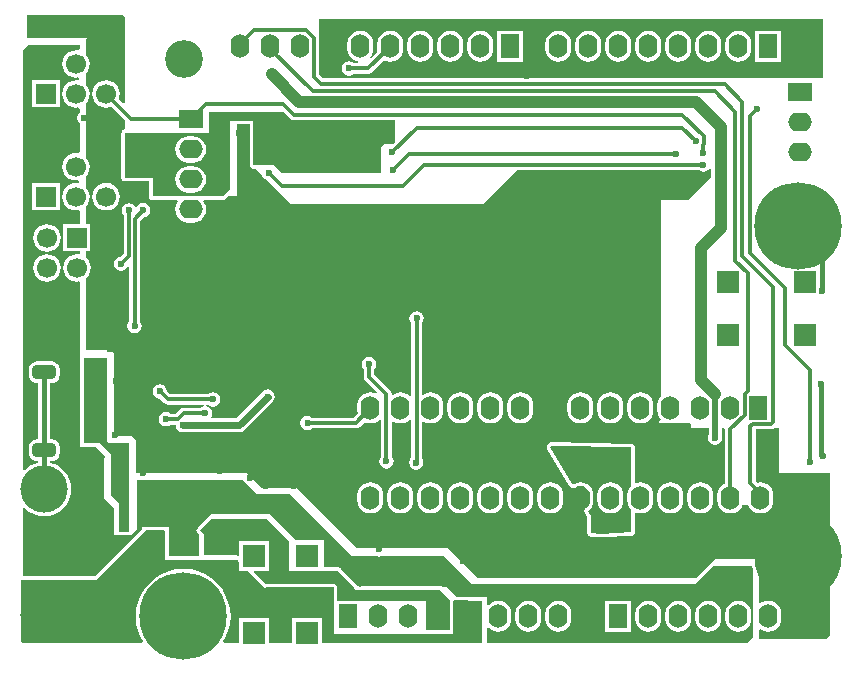
<source format=gbl>
G04*
G04 #@! TF.GenerationSoftware,Altium Limited,Altium Designer,20.0.10 (225)*
G04*
G04 Layer_Physical_Order=2*
G04 Layer_Color=16711680*
%FSLAX44Y44*%
%MOMM*%
G71*
G01*
G75*
%ADD12C,0.4000*%
%ADD24R,1.9000X1.9000*%
%ADD25R,1.9000X1.9000*%
%ADD75C,0.3000*%
%ADD76C,0.6000*%
%ADD78C,1.0000*%
%ADD79C,0.5000*%
%ADD81R,1.6000X2.0000*%
%ADD82O,1.6000X2.0000*%
%ADD83R,2.0000X1.6000*%
%ADD84O,2.0000X1.6000*%
%ADD85R,1.7000X1.7000*%
%ADD86C,1.7000*%
%ADD87C,4.0000*%
G04:AMPARAMS|DCode=88|XSize=2mm|YSize=1.2mm|CornerRadius=0.36mm|HoleSize=0mm|Usage=FLASHONLY|Rotation=0.000|XOffset=0mm|YOffset=0mm|HoleType=Round|Shape=RoundedRectangle|*
%AMROUNDEDRECTD88*
21,1,2.0000,0.4800,0,0,0.0*
21,1,1.2800,1.2000,0,0,0.0*
1,1,0.7200,0.6400,-0.2400*
1,1,0.7200,-0.6400,-0.2400*
1,1,0.7200,-0.6400,0.2400*
1,1,0.7200,0.6400,0.2400*
%
%ADD88ROUNDEDRECTD88*%
%ADD89C,3.2000*%
%ADD90C,7.4000*%
%ADD91C,0.6000*%
G36*
X52035Y505481D02*
X50765Y504367D01*
X49000Y504599D01*
X45998Y504204D01*
X43200Y503045D01*
X40798Y501202D01*
X38955Y498800D01*
X37796Y496002D01*
X37401Y493000D01*
X37796Y489998D01*
X38955Y487200D01*
X40798Y484798D01*
X43200Y482955D01*
X45998Y481796D01*
X49000Y481401D01*
X50305Y481573D01*
X51378Y480632D01*
Y479968D01*
X50305Y479027D01*
X49000Y479199D01*
X45998Y478804D01*
X43200Y477645D01*
X40798Y475802D01*
X38955Y473400D01*
X37796Y470602D01*
X37401Y467600D01*
X37796Y464598D01*
X38955Y461800D01*
X40798Y459398D01*
X43200Y457555D01*
X45998Y456396D01*
X49000Y456001D01*
X50765Y456233D01*
X52035Y455119D01*
Y451968D01*
X51674Y451727D01*
X50348Y449742D01*
X49882Y447401D01*
X50348Y445060D01*
X51674Y443075D01*
X52035Y442834D01*
Y418481D01*
X50765Y417367D01*
X49000Y417599D01*
X45998Y417204D01*
X43200Y416045D01*
X40798Y414202D01*
X38955Y411800D01*
X37796Y409002D01*
X37401Y406000D01*
X37796Y402998D01*
X38955Y400200D01*
X40798Y397798D01*
X43200Y395955D01*
X45998Y394796D01*
X49000Y394401D01*
X50305Y394573D01*
X51378Y393632D01*
Y392968D01*
X50305Y392027D01*
X49000Y392199D01*
X45998Y391804D01*
X43200Y390645D01*
X40798Y388802D01*
X38955Y386400D01*
X37796Y383602D01*
X37401Y380600D01*
X37796Y377598D01*
X38955Y374800D01*
X40798Y372398D01*
X43200Y370555D01*
X45998Y369396D01*
X49000Y369001D01*
X50765Y369233D01*
X52035Y368119D01*
Y357200D01*
X38200D01*
Y334200D01*
X52035D01*
Y332555D01*
X51081Y331717D01*
X49700Y331899D01*
X46698Y331504D01*
X43900Y330345D01*
X41498Y328502D01*
X39655Y326100D01*
X38496Y323302D01*
X38101Y320300D01*
X38496Y317298D01*
X39655Y314500D01*
X41498Y312098D01*
X43900Y310255D01*
X46698Y309096D01*
X49700Y308701D01*
X51081Y308883D01*
X52035Y308045D01*
Y169260D01*
X51775Y169000D01*
X55705D01*
X56000Y168941D01*
X65059D01*
X74000Y160000D01*
X73000Y159000D01*
Y125000D01*
X81000Y117000D01*
Y94000D01*
X84705D01*
X85000Y93941D01*
X94000Y93941D01*
X94295Y94000D01*
X95500D01*
X100500Y99000D01*
Y141083D01*
X104994D01*
X106000Y140883D01*
X107006Y141083D01*
X189917D01*
X191768Y139232D01*
X192274Y138474D01*
X193032Y137968D01*
X202000Y129000D01*
X230000D01*
X282949Y76040D01*
X305008D01*
X305800Y75882D01*
X306592Y76040D01*
X360148D01*
X383873Y52315D01*
X573315D01*
X589000Y68000D01*
X621232D01*
X622000Y64801D01*
Y8000D01*
X617000Y3000D01*
X397000D01*
Y15605D01*
X398203Y16014D01*
X398555Y15555D01*
X400853Y13792D01*
X403528Y12683D01*
X406400Y12305D01*
X409272Y12683D01*
X411948Y13792D01*
X414245Y15555D01*
X416008Y17852D01*
X417117Y20528D01*
X417495Y23400D01*
Y27400D01*
X417117Y30272D01*
X416008Y32947D01*
X414245Y35245D01*
X411948Y37009D01*
X409272Y38117D01*
X406400Y38495D01*
X403528Y38117D01*
X400853Y37009D01*
X398555Y35245D01*
X398203Y34786D01*
X397000Y35195D01*
Y42000D01*
X371000D01*
X363000Y50000D01*
X359437D01*
X358501Y50626D01*
X357330Y50859D01*
X357330Y50859D01*
X323332D01*
X323037Y50800D01*
X322736D01*
X321387Y50532D01*
X320039Y50800D01*
X319737D01*
X319442Y50859D01*
X291462D01*
X291166Y50800D01*
X290865Y50800D01*
X290695Y50730D01*
X289043Y50401D01*
X287647Y50679D01*
X287509Y50817D01*
X287258Y50985D01*
X287045Y51198D01*
X286922Y51280D01*
X286840Y51402D01*
X286628Y51615D01*
X286460Y51866D01*
X273000Y65326D01*
Y66000D01*
X272326D01*
X272163Y66163D01*
X271171Y66826D01*
X270000Y67059D01*
X270000Y67059D01*
X259000D01*
Y90000D01*
X235000D01*
X213000Y112000D01*
X164000D01*
X162819Y110819D01*
X161837Y110163D01*
X161837Y110163D01*
X151837Y100163D01*
X151174Y99171D01*
X150941Y98000D01*
X151174Y96830D01*
X151837Y95837D01*
X151837Y95837D01*
X153097Y94578D01*
X153152Y76958D01*
X152256Y76059D01*
X127532D01*
X127453Y100700D01*
X127454Y100700D01*
X127200Y101000D01*
X126308Y101000D01*
X126308Y101000D01*
X126268Y101000D01*
X123397D01*
X123102Y101059D01*
X123102Y101059D01*
X108000Y101059D01*
X107705Y101000D01*
X105200D01*
Y99526D01*
X64733Y59059D01*
X4000Y59059D01*
Y116793D01*
X5196Y117221D01*
X5658Y116658D01*
X9160Y113784D01*
X13156Y111648D01*
X17491Y110333D01*
X22000Y109889D01*
X26509Y110333D01*
X30844Y111648D01*
X34840Y113784D01*
X38342Y116658D01*
X41216Y120160D01*
X43352Y124156D01*
X44667Y128491D01*
X45111Y133000D01*
X44667Y137509D01*
X43352Y141844D01*
X41216Y145840D01*
X38342Y149342D01*
X34840Y152216D01*
X30844Y154352D01*
X27098Y155489D01*
Y156943D01*
X28400D01*
X30123Y157170D01*
X31728Y157835D01*
X33107Y158893D01*
X34165Y160272D01*
X34830Y161877D01*
X35057Y163600D01*
Y168400D01*
X34830Y170123D01*
X34165Y171728D01*
X33107Y173107D01*
X31728Y174165D01*
X30123Y174830D01*
X28400Y175057D01*
X27098D01*
Y222943D01*
X28400D01*
X30123Y223170D01*
X31728Y223835D01*
X33107Y224893D01*
X34165Y226272D01*
X34830Y227877D01*
X35057Y229600D01*
Y234400D01*
X34830Y236123D01*
X34165Y237729D01*
X33107Y239107D01*
X31728Y240165D01*
X30123Y240830D01*
X28400Y241057D01*
X15600D01*
X13877Y240830D01*
X12271Y240165D01*
X10893Y239107D01*
X9835Y237729D01*
X9170Y236123D01*
X8943Y234400D01*
Y229600D01*
X9170Y227877D01*
X9835Y226272D01*
X10893Y224893D01*
X12271Y223835D01*
X13877Y223170D01*
X15600Y222943D01*
X16902D01*
Y175057D01*
X15600D01*
X13877Y174830D01*
X12271Y174165D01*
X10893Y173107D01*
X9835Y171728D01*
X9170Y170123D01*
X8943Y168400D01*
Y163600D01*
X9170Y161877D01*
X9835Y160272D01*
X10893Y158893D01*
X12271Y157835D01*
X13877Y157170D01*
X15600Y156943D01*
X16902D01*
Y155489D01*
X13156Y154352D01*
X9160Y152216D01*
X5658Y149342D01*
X5196Y148779D01*
X4000Y149207D01*
Y505000D01*
X8000Y509000D01*
X52035D01*
Y505481D01*
D02*
G37*
G36*
X681000Y529000D02*
Y481138D01*
X257862D01*
X255000Y484000D01*
Y531000D01*
X681000D01*
Y529000D01*
D02*
G37*
G36*
X90149Y533042D02*
Y459999D01*
X88975Y459513D01*
X85102Y463386D01*
X85604Y464598D01*
X85999Y467600D01*
X85604Y470602D01*
X84445Y473400D01*
X82602Y475802D01*
X80200Y477645D01*
X77402Y478804D01*
X74400Y479199D01*
X71398Y478804D01*
X68600Y477645D01*
X66198Y475802D01*
X64355Y473400D01*
X63196Y470602D01*
X62801Y467600D01*
X63196Y464598D01*
X64355Y461800D01*
X66198Y459398D01*
X68600Y457555D01*
X71398Y456396D01*
X74400Y456001D01*
X77402Y456396D01*
X78614Y456898D01*
X90149Y445363D01*
Y437526D01*
X89143Y437326D01*
X88151Y436663D01*
X87487Y435671D01*
X87255Y434500D01*
Y396561D01*
X87487Y395391D01*
X88151Y394399D01*
X89143Y393736D01*
X90314Y393503D01*
X110941D01*
Y381000D01*
X111174Y379829D01*
X111837Y378837D01*
X112830Y378174D01*
X114000Y377941D01*
X134781Y377941D01*
X135407Y376671D01*
X134391Y375347D01*
X133283Y372672D01*
X132905Y369800D01*
X133283Y366928D01*
X134391Y364253D01*
X136155Y361955D01*
X138453Y360191D01*
X141128Y359083D01*
X144000Y358705D01*
X148000D01*
X150872Y359083D01*
X153547Y360191D01*
X155845Y361955D01*
X157608Y364253D01*
X158717Y366928D01*
X159095Y369800D01*
X158717Y372672D01*
X157608Y375347D01*
X156593Y376671D01*
X157219Y377941D01*
X173000Y377941D01*
X174170Y378174D01*
X175163Y378837D01*
X175163Y378837D01*
X177367Y381042D01*
X185193D01*
Y441941D01*
X195886D01*
X195886Y439056D01*
X195885Y407898D01*
X195885Y407898D01*
X196118Y406727D01*
X196781Y405735D01*
X197679Y404837D01*
X198671Y404174D01*
X199842Y403941D01*
X199842Y403941D01*
X201424Y403941D01*
X206259Y399106D01*
X206348Y398659D01*
X207674Y396674D01*
X209659Y395348D01*
X210106Y395259D01*
X231101Y374264D01*
X393372D01*
X422218Y403111D01*
X576123D01*
X577714Y402047D01*
X580056Y401581D01*
X582397Y402047D01*
X584381Y403373D01*
X584818Y404026D01*
X586263Y404190D01*
X586931Y403570D01*
Y396931D01*
X568042Y378042D01*
X544149Y378042D01*
Y211407D01*
X542592Y209377D01*
X541483Y206702D01*
X541105Y203830D01*
Y199830D01*
X541483Y196958D01*
X542592Y194282D01*
X544149Y192253D01*
Y192042D01*
X542149Y190042D01*
X543149Y189042D01*
X549871D01*
X552200Y188735D01*
X554529Y189042D01*
X569168D01*
X570066Y188144D01*
X570066Y184681D01*
X584492Y184681D01*
Y179057D01*
X584348Y178841D01*
X583882Y176500D01*
X584348Y174159D01*
X585674Y172174D01*
X587659Y170848D01*
X590000Y170382D01*
X592341Y170848D01*
X594326Y172174D01*
X595652Y174159D01*
X596118Y176500D01*
X595708Y178560D01*
Y184681D01*
X597633D01*
X598264Y183912D01*
X598412Y183412D01*
Y137636D01*
X597453Y137239D01*
X595155Y135475D01*
X593391Y133177D01*
X592283Y130502D01*
X591905Y127630D01*
Y123630D01*
X592283Y120758D01*
X593391Y118083D01*
X595155Y115785D01*
X597453Y114022D01*
X600128Y112913D01*
X603000Y112535D01*
X605872Y112913D01*
X608547Y114022D01*
X610845Y115785D01*
X612608Y118083D01*
X613191Y119490D01*
X618209D01*
X618792Y118083D01*
X620555Y115785D01*
X622853Y114022D01*
X625528Y112913D01*
X628400Y112535D01*
X631272Y112913D01*
X633947Y114022D01*
X636245Y115785D01*
X638008Y118083D01*
X639117Y120758D01*
X639495Y123630D01*
Y127630D01*
X639117Y130502D01*
X638008Y133177D01*
X636245Y135475D01*
X633947Y137239D01*
X631272Y138347D01*
X628400Y138725D01*
X625971Y138405D01*
X624588Y139788D01*
Y183842D01*
X637243D01*
X638998Y184191D01*
X639732Y184681D01*
X644149Y184681D01*
X644149Y147042D01*
X687149D01*
X687149Y9042D01*
X684149Y6042D01*
X627149D01*
Y13958D01*
X628419Y14585D01*
X629453Y13792D01*
X632128Y12683D01*
X635000Y12305D01*
X637872Y12683D01*
X640547Y13792D01*
X642845Y15555D01*
X644609Y17852D01*
X645717Y20528D01*
X646095Y23400D01*
Y27400D01*
X645717Y30272D01*
X644609Y32947D01*
X642845Y35245D01*
X640547Y37009D01*
X637872Y38117D01*
X635000Y38495D01*
X632128Y38117D01*
X629453Y37009D01*
X628419Y36215D01*
X627149Y36842D01*
Y73042D01*
X626149Y74042D01*
X590149D01*
X574149Y58042D01*
X389149D01*
X364149Y83042D01*
X287149D01*
X236149Y134042D01*
X206149D01*
X193149Y147042D01*
X100035D01*
Y173928D01*
X100149Y174042D01*
X96353Y177838D01*
X81269D01*
Y247672D01*
X78336Y250604D01*
X57607D01*
Y311872D01*
X57902Y312098D01*
X59745Y314500D01*
X60904Y317298D01*
X61299Y320300D01*
X60904Y323302D01*
X59745Y326100D01*
X57902Y328502D01*
X57607Y328728D01*
Y334200D01*
X61200D01*
Y357200D01*
X57607D01*
Y372926D01*
X59045Y374800D01*
X60204Y377598D01*
X60599Y380600D01*
X60204Y383602D01*
X59045Y386400D01*
X57607Y388274D01*
Y398326D01*
X59045Y400200D01*
X60204Y402998D01*
X60599Y406000D01*
X60204Y409002D01*
X59045Y411800D01*
X57607Y413674D01*
Y459926D01*
X59045Y461800D01*
X60204Y464598D01*
X60599Y467600D01*
X60204Y470602D01*
X59045Y473400D01*
X57607Y475274D01*
Y485326D01*
X59045Y487200D01*
X60204Y489998D01*
X60599Y493000D01*
X60204Y496002D01*
X59045Y498800D01*
X57607Y500674D01*
Y514500D01*
X58149Y515042D01*
X7149D01*
Y534042D01*
X89149D01*
X90149Y533042D01*
D02*
G37*
G36*
X230072Y446756D02*
X231561Y445761D01*
X233317Y445412D01*
X319000D01*
Y426739D01*
X317261Y425000D01*
X310000D01*
X307000Y422000D01*
Y401000D01*
X223000Y401000D01*
X217000Y407000D01*
X212590Y407000D01*
X212000Y407118D01*
X211410Y407000D01*
X199842Y407000D01*
X198944Y407898D01*
X198944Y439056D01*
X198944Y445000D01*
X179000D01*
X178999Y386999D01*
X173000Y381000D01*
X114000Y381000D01*
Y396561D01*
X90314D01*
Y434500D01*
X161212D01*
Y452000D01*
X224828D01*
X230072Y446756D01*
D02*
G37*
G36*
X75000Y174000D02*
X77000Y172000D01*
X94000D01*
X94000Y97000D01*
X92730D01*
X85000Y97000D01*
Y118000D01*
X85000D01*
X85000Y121000D01*
X79000Y127000D01*
Y162000D01*
X69000Y172000D01*
X56000D01*
Y244000D01*
X75000D01*
Y174000D01*
D02*
G37*
G36*
X229000Y89000D02*
Y64000D01*
X270000D01*
X284297Y49703D01*
X284717Y49074D01*
X285346Y48654D01*
X286200Y47800D01*
X286624D01*
X286702Y47748D01*
X289043Y47283D01*
X291384Y47748D01*
X291462Y47800D01*
X319442D01*
X321387Y47413D01*
X323332Y47800D01*
X357330D01*
X365630Y39500D01*
X365496Y39307D01*
X365490Y39279D01*
X365474Y39256D01*
X365363Y38698D01*
X365242Y38141D01*
X365247Y38113D01*
X365241Y38085D01*
Y14957D01*
X365241Y13675D01*
X346136Y13543D01*
X345094Y14657D01*
Y38100D01*
X333101Y38105D01*
X333072Y38117D01*
X330200Y38495D01*
X327328Y38117D01*
X327304Y38107D01*
X307678Y38114D01*
X307672Y38117D01*
X304800Y38495D01*
X301928Y38117D01*
X301927Y38116D01*
X290400Y38121D01*
Y38400D01*
X270059D01*
X270059Y50000D01*
X269826Y51171D01*
X269163Y52163D01*
X268171Y52826D01*
X267000Y53059D01*
X210000Y53059D01*
X210000Y53059D01*
X209389Y52937D01*
X199499Y62827D01*
X199985Y64000D01*
X212000D01*
Y89000D01*
X187000D01*
Y76861D01*
X186018Y76055D01*
X186000Y76059D01*
X185898D01*
X185000Y76957D01*
Y77000D01*
X157000D01*
Y95000D01*
X154000Y98000D01*
X164000Y108000D01*
X210000D01*
X229000Y89000D01*
D02*
G37*
G36*
X124000Y97102D02*
X124000Y73000D01*
X186000Y73000D01*
Y72000D01*
X187000Y71000D01*
Y64000D01*
X194000D01*
X209000Y49000D01*
X210000Y50000D01*
X267000Y50000D01*
X267000Y39000D01*
X267000Y9938D01*
X368300Y10638D01*
X368300Y14956D01*
Y38085D01*
X369214Y38967D01*
X393000Y38100D01*
Y3000D01*
X257000D01*
Y24000D01*
X232000D01*
Y3000D01*
X212000D01*
Y24000D01*
X187000D01*
Y3000D01*
X174186D01*
X173565Y4108D01*
X175450Y7184D01*
X177860Y13001D01*
X179330Y19123D01*
X179824Y25400D01*
X179330Y31677D01*
X177860Y37799D01*
X175450Y43616D01*
X172161Y48984D01*
X168072Y53772D01*
X163284Y57861D01*
X157916Y61150D01*
X152099Y63560D01*
X145977Y65030D01*
X139700Y65524D01*
X133423Y65030D01*
X127301Y63560D01*
X121484Y61150D01*
X116116Y57861D01*
X111328Y53772D01*
X107239Y48984D01*
X103949Y43616D01*
X101540Y37799D01*
X100070Y31677D01*
X99576Y25400D01*
X100070Y19123D01*
X101540Y13001D01*
X103949Y7184D01*
X105835Y4108D01*
X105214Y3000D01*
X3000D01*
X2000Y4000D01*
Y56000D01*
X66000Y56000D01*
X108000Y98000D01*
X123102Y98000D01*
X124000Y97102D01*
D02*
G37*
%LPC*%
G36*
X35100Y479100D02*
X12100D01*
Y456100D01*
X35100D01*
Y479100D01*
D02*
G37*
G36*
Y392100D02*
X12100D01*
Y369100D01*
X35100D01*
Y392100D01*
D02*
G37*
G36*
X24300Y357299D02*
X21298Y356904D01*
X18500Y355745D01*
X16098Y353902D01*
X14255Y351500D01*
X13096Y348702D01*
X12701Y345700D01*
X13096Y342698D01*
X14255Y339900D01*
X16098Y337498D01*
X18500Y335655D01*
X21298Y334496D01*
X24300Y334101D01*
X27302Y334496D01*
X30100Y335655D01*
X32502Y337498D01*
X34345Y339900D01*
X35504Y342698D01*
X35899Y345700D01*
X35504Y348702D01*
X34345Y351500D01*
X32502Y353902D01*
X30100Y355745D01*
X27302Y356904D01*
X24300Y357299D01*
D02*
G37*
G36*
Y331899D02*
X21298Y331504D01*
X18500Y330345D01*
X16098Y328502D01*
X14255Y326100D01*
X13096Y323302D01*
X12701Y320300D01*
X13096Y317298D01*
X14255Y314500D01*
X16098Y312098D01*
X18500Y310255D01*
X21298Y309096D01*
X24300Y308701D01*
X27302Y309096D01*
X30100Y310255D01*
X32502Y312098D01*
X34345Y314500D01*
X35504Y317298D01*
X35899Y320300D01*
X35504Y323302D01*
X34345Y326100D01*
X32502Y328502D01*
X30100Y330345D01*
X27302Y331504D01*
X24300Y331899D01*
D02*
G37*
G36*
X519000Y38400D02*
X497000D01*
Y12400D01*
X519000D01*
Y38400D01*
D02*
G37*
G36*
X609600Y38495D02*
X606728Y38117D01*
X604053Y37009D01*
X601755Y35245D01*
X599991Y32947D01*
X598883Y30272D01*
X598505Y27400D01*
Y23400D01*
X598883Y20528D01*
X599991Y17852D01*
X601755Y15555D01*
X604053Y13792D01*
X606728Y12683D01*
X609600Y12305D01*
X612472Y12683D01*
X615148Y13792D01*
X617445Y15555D01*
X619208Y17852D01*
X620317Y20528D01*
X620695Y23400D01*
Y27400D01*
X620317Y30272D01*
X619208Y32947D01*
X617445Y35245D01*
X615148Y37009D01*
X612472Y38117D01*
X609600Y38495D01*
D02*
G37*
G36*
X584200D02*
X581328Y38117D01*
X578652Y37009D01*
X576355Y35245D01*
X574591Y32947D01*
X573483Y30272D01*
X573105Y27400D01*
Y23400D01*
X573483Y20528D01*
X574591Y17852D01*
X576355Y15555D01*
X578652Y13792D01*
X581328Y12683D01*
X584200Y12305D01*
X587072Y12683D01*
X589748Y13792D01*
X592045Y15555D01*
X593809Y17852D01*
X594917Y20528D01*
X595295Y23400D01*
Y27400D01*
X594917Y30272D01*
X593809Y32947D01*
X592045Y35245D01*
X589748Y37009D01*
X587072Y38117D01*
X584200Y38495D01*
D02*
G37*
G36*
X558800D02*
X555928Y38117D01*
X553252Y37009D01*
X550955Y35245D01*
X549192Y32947D01*
X548083Y30272D01*
X547705Y27400D01*
Y23400D01*
X548083Y20528D01*
X549192Y17852D01*
X550955Y15555D01*
X553252Y13792D01*
X555928Y12683D01*
X558800Y12305D01*
X561672Y12683D01*
X564347Y13792D01*
X566645Y15555D01*
X568409Y17852D01*
X569517Y20528D01*
X569895Y23400D01*
Y27400D01*
X569517Y30272D01*
X568409Y32947D01*
X566645Y35245D01*
X564347Y37009D01*
X561672Y38117D01*
X558800Y38495D01*
D02*
G37*
G36*
X533400D02*
X530528Y38117D01*
X527853Y37009D01*
X525555Y35245D01*
X523792Y32947D01*
X522683Y30272D01*
X522305Y27400D01*
Y23400D01*
X522683Y20528D01*
X523792Y17852D01*
X525555Y15555D01*
X527853Y13792D01*
X530528Y12683D01*
X533400Y12305D01*
X536272Y12683D01*
X538947Y13792D01*
X541245Y15555D01*
X543008Y17852D01*
X544117Y20528D01*
X544495Y23400D01*
Y27400D01*
X544117Y30272D01*
X543008Y32947D01*
X541245Y35245D01*
X538947Y37009D01*
X536272Y38117D01*
X533400Y38495D01*
D02*
G37*
G36*
X457200D02*
X454328Y38117D01*
X451652Y37009D01*
X449355Y35245D01*
X447592Y32947D01*
X446483Y30272D01*
X446105Y27400D01*
Y23400D01*
X446483Y20528D01*
X447592Y17852D01*
X449355Y15555D01*
X451652Y13792D01*
X454328Y12683D01*
X457200Y12305D01*
X460072Y12683D01*
X462747Y13792D01*
X465045Y15555D01*
X466809Y17852D01*
X467917Y20528D01*
X468295Y23400D01*
Y27400D01*
X467917Y30272D01*
X466809Y32947D01*
X465045Y35245D01*
X462747Y37009D01*
X460072Y38117D01*
X457200Y38495D01*
D02*
G37*
G36*
X431800D02*
X428928Y38117D01*
X426253Y37009D01*
X423955Y35245D01*
X422192Y32947D01*
X421083Y30272D01*
X420705Y27400D01*
Y23400D01*
X421083Y20528D01*
X422192Y17852D01*
X423955Y15555D01*
X426253Y13792D01*
X428928Y12683D01*
X431800Y12305D01*
X434672Y12683D01*
X437347Y13792D01*
X439645Y15555D01*
X441409Y17852D01*
X442517Y20528D01*
X442895Y23400D01*
Y27400D01*
X442517Y30272D01*
X441409Y32947D01*
X439645Y35245D01*
X437347Y37009D01*
X434672Y38117D01*
X431800Y38495D01*
D02*
G37*
G36*
X314960Y521095D02*
X312088Y520717D01*
X309412Y519608D01*
X307115Y517845D01*
X305352Y515547D01*
X304243Y512872D01*
X303865Y510000D01*
Y506000D01*
X304209Y503386D01*
X299099Y498276D01*
X298142Y499115D01*
X299168Y500452D01*
X300277Y503128D01*
X300655Y506000D01*
Y510000D01*
X300277Y512872D01*
X299168Y515547D01*
X297405Y517845D01*
X295107Y519608D01*
X292432Y520717D01*
X289560Y521095D01*
X286688Y520717D01*
X284013Y519608D01*
X281715Y517845D01*
X279951Y515547D01*
X278843Y512872D01*
X278465Y510000D01*
Y506000D01*
X278843Y503128D01*
X279951Y500452D01*
X281715Y498155D01*
X284013Y496391D01*
X286688Y495283D01*
X287827Y495133D01*
X287743Y493863D01*
X283933D01*
X282341Y494927D01*
X280000Y495393D01*
X277659Y494927D01*
X275674Y493601D01*
X274348Y491616D01*
X273882Y489275D01*
X274348Y486934D01*
X275674Y484949D01*
X277659Y483623D01*
X280000Y483158D01*
X282341Y483623D01*
X283933Y484687D01*
X296587D01*
X298343Y485036D01*
X299831Y486031D01*
X309964Y496163D01*
X312088Y495283D01*
X314960Y494905D01*
X317832Y495283D01*
X320508Y496391D01*
X322805Y498155D01*
X324568Y500452D01*
X325677Y503128D01*
X326055Y506000D01*
Y510000D01*
X325677Y512872D01*
X324568Y515547D01*
X322805Y517845D01*
X320508Y519608D01*
X317832Y520717D01*
X314960Y521095D01*
D02*
G37*
G36*
X646000Y521000D02*
X624000D01*
Y495000D01*
X646000D01*
Y521000D01*
D02*
G37*
G36*
X427560D02*
X405560D01*
Y495000D01*
X427560D01*
Y521000D01*
D02*
G37*
G36*
X609600Y521095D02*
X606728Y520717D01*
X604053Y519608D01*
X601755Y517845D01*
X599991Y515547D01*
X598883Y512872D01*
X598505Y510000D01*
Y506000D01*
X598883Y503128D01*
X599991Y500452D01*
X601755Y498155D01*
X604053Y496391D01*
X606728Y495283D01*
X609600Y494905D01*
X612472Y495283D01*
X615148Y496391D01*
X617445Y498155D01*
X619208Y500452D01*
X620317Y503128D01*
X620695Y506000D01*
Y510000D01*
X620317Y512872D01*
X619208Y515547D01*
X617445Y517845D01*
X615148Y519608D01*
X612472Y520717D01*
X609600Y521095D01*
D02*
G37*
G36*
X584200D02*
X581328Y520717D01*
X578652Y519608D01*
X576355Y517845D01*
X574591Y515547D01*
X573483Y512872D01*
X573105Y510000D01*
Y506000D01*
X573483Y503128D01*
X574591Y500452D01*
X576355Y498155D01*
X578652Y496391D01*
X581328Y495283D01*
X584200Y494905D01*
X587072Y495283D01*
X589748Y496391D01*
X592045Y498155D01*
X593809Y500452D01*
X594917Y503128D01*
X595295Y506000D01*
Y510000D01*
X594917Y512872D01*
X593809Y515547D01*
X592045Y517845D01*
X589748Y519608D01*
X587072Y520717D01*
X584200Y521095D01*
D02*
G37*
G36*
X558800D02*
X555928Y520717D01*
X553252Y519608D01*
X550955Y517845D01*
X549192Y515547D01*
X548083Y512872D01*
X547705Y510000D01*
Y506000D01*
X548083Y503128D01*
X549192Y500452D01*
X550955Y498155D01*
X553252Y496391D01*
X555928Y495283D01*
X558800Y494905D01*
X561672Y495283D01*
X564347Y496391D01*
X566645Y498155D01*
X568409Y500452D01*
X569517Y503128D01*
X569895Y506000D01*
Y510000D01*
X569517Y512872D01*
X568409Y515547D01*
X566645Y517845D01*
X564347Y519608D01*
X561672Y520717D01*
X558800Y521095D01*
D02*
G37*
G36*
X533400D02*
X530528Y520717D01*
X527853Y519608D01*
X525555Y517845D01*
X523792Y515547D01*
X522683Y512872D01*
X522305Y510000D01*
Y506000D01*
X522683Y503128D01*
X523792Y500452D01*
X525555Y498155D01*
X527853Y496391D01*
X530528Y495283D01*
X533400Y494905D01*
X536272Y495283D01*
X538947Y496391D01*
X541245Y498155D01*
X543008Y500452D01*
X544117Y503128D01*
X544495Y506000D01*
Y510000D01*
X544117Y512872D01*
X543008Y515547D01*
X541245Y517845D01*
X538947Y519608D01*
X536272Y520717D01*
X533400Y521095D01*
D02*
G37*
G36*
X508000D02*
X505128Y520717D01*
X502453Y519608D01*
X500155Y517845D01*
X498391Y515547D01*
X497283Y512872D01*
X496905Y510000D01*
Y506000D01*
X497283Y503128D01*
X498391Y500452D01*
X500155Y498155D01*
X502453Y496391D01*
X505128Y495283D01*
X508000Y494905D01*
X510872Y495283D01*
X513548Y496391D01*
X515845Y498155D01*
X517608Y500452D01*
X518717Y503128D01*
X519095Y506000D01*
Y510000D01*
X518717Y512872D01*
X517608Y515547D01*
X515845Y517845D01*
X513548Y519608D01*
X510872Y520717D01*
X508000Y521095D01*
D02*
G37*
G36*
X482600D02*
X479728Y520717D01*
X477052Y519608D01*
X474755Y517845D01*
X472991Y515547D01*
X471883Y512872D01*
X471505Y510000D01*
Y506000D01*
X471883Y503128D01*
X472991Y500452D01*
X474755Y498155D01*
X477052Y496391D01*
X479728Y495283D01*
X482600Y494905D01*
X485472Y495283D01*
X488148Y496391D01*
X490445Y498155D01*
X492209Y500452D01*
X493317Y503128D01*
X493695Y506000D01*
Y510000D01*
X493317Y512872D01*
X492209Y515547D01*
X490445Y517845D01*
X488148Y519608D01*
X485472Y520717D01*
X482600Y521095D01*
D02*
G37*
G36*
X457200D02*
X454328Y520717D01*
X451652Y519608D01*
X449355Y517845D01*
X447592Y515547D01*
X446483Y512872D01*
X446105Y510000D01*
Y506000D01*
X446483Y503128D01*
X447592Y500452D01*
X449355Y498155D01*
X451652Y496391D01*
X454328Y495283D01*
X457200Y494905D01*
X460072Y495283D01*
X462747Y496391D01*
X465045Y498155D01*
X466809Y500452D01*
X467917Y503128D01*
X468295Y506000D01*
Y510000D01*
X467917Y512872D01*
X466809Y515547D01*
X465045Y517845D01*
X462747Y519608D01*
X460072Y520717D01*
X457200Y521095D01*
D02*
G37*
G36*
X391160D02*
X388288Y520717D01*
X385612Y519608D01*
X383315Y517845D01*
X381552Y515547D01*
X380443Y512872D01*
X380065Y510000D01*
Y506000D01*
X380443Y503128D01*
X381552Y500452D01*
X383315Y498155D01*
X385612Y496391D01*
X388288Y495283D01*
X391160Y494905D01*
X394032Y495283D01*
X396707Y496391D01*
X399005Y498155D01*
X400769Y500452D01*
X401877Y503128D01*
X402255Y506000D01*
Y510000D01*
X401877Y512872D01*
X400769Y515547D01*
X399005Y517845D01*
X396707Y519608D01*
X394032Y520717D01*
X391160Y521095D01*
D02*
G37*
G36*
X365760D02*
X362888Y520717D01*
X360213Y519608D01*
X357915Y517845D01*
X356152Y515547D01*
X355043Y512872D01*
X354665Y510000D01*
Y506000D01*
X355043Y503128D01*
X356152Y500452D01*
X357915Y498155D01*
X360213Y496391D01*
X362888Y495283D01*
X365760Y494905D01*
X368632Y495283D01*
X371307Y496391D01*
X373605Y498155D01*
X375368Y500452D01*
X376477Y503128D01*
X376855Y506000D01*
Y510000D01*
X376477Y512872D01*
X375368Y515547D01*
X373605Y517845D01*
X371307Y519608D01*
X368632Y520717D01*
X365760Y521095D01*
D02*
G37*
G36*
X340360D02*
X337488Y520717D01*
X334813Y519608D01*
X332515Y517845D01*
X330751Y515547D01*
X329643Y512872D01*
X329265Y510000D01*
Y506000D01*
X329643Y503128D01*
X330751Y500452D01*
X332515Y498155D01*
X334813Y496391D01*
X337488Y495283D01*
X340360Y494905D01*
X343232Y495283D01*
X345908Y496391D01*
X348205Y498155D01*
X349968Y500452D01*
X351077Y503128D01*
X351455Y506000D01*
Y510000D01*
X351077Y512872D01*
X349968Y515547D01*
X348205Y517845D01*
X345908Y519608D01*
X343232Y520717D01*
X340360Y521095D01*
D02*
G37*
G36*
X105905Y375317D02*
X103564Y374852D01*
X101580Y373526D01*
X100512Y371927D01*
X99287Y371786D01*
X99047Y371847D01*
X98126Y373226D01*
X96141Y374552D01*
X93800Y375018D01*
X91459Y374552D01*
X89474Y373226D01*
X88148Y371241D01*
X87683Y368900D01*
X88148Y366559D01*
X89212Y364967D01*
Y332552D01*
X86504Y329843D01*
X84659Y329477D01*
X82674Y328150D01*
X81348Y326166D01*
X80883Y323825D01*
X81348Y321484D01*
X82674Y319499D01*
X84659Y318173D01*
X87000Y317707D01*
X89341Y318173D01*
X91326Y319499D01*
X92652Y321484D01*
X92942Y322941D01*
X94212Y322816D01*
Y275551D01*
X94174Y275526D01*
X92848Y273541D01*
X92382Y271200D01*
X92848Y268859D01*
X94174Y266874D01*
X96159Y265548D01*
X98500Y265082D01*
X100841Y265548D01*
X102826Y266874D01*
X104152Y268859D01*
X104618Y271200D01*
X104152Y273541D01*
X103388Y274684D01*
Y360194D01*
X106369Y363175D01*
X108246Y363548D01*
X110231Y364874D01*
X111557Y366859D01*
X112023Y369200D01*
X111557Y371541D01*
X110231Y373526D01*
X108246Y374852D01*
X105905Y375317D01*
D02*
G37*
G36*
X74400Y392199D02*
X71398Y391804D01*
X68600Y390645D01*
X66198Y388802D01*
X64355Y386400D01*
X63196Y383602D01*
X62801Y380600D01*
X63196Y377598D01*
X64355Y374800D01*
X66198Y372398D01*
X68600Y370555D01*
X71398Y369396D01*
X74400Y369001D01*
X77402Y369396D01*
X80200Y370555D01*
X82602Y372398D01*
X84445Y374800D01*
X85604Y377598D01*
X85999Y380600D01*
X85604Y383602D01*
X84445Y386400D01*
X82602Y388802D01*
X80200Y390645D01*
X77402Y391804D01*
X74400Y392199D01*
D02*
G37*
G36*
X337375Y283743D02*
X335034Y283277D01*
X333049Y281951D01*
X331723Y279966D01*
X331258Y277625D01*
X331723Y275284D01*
X332662Y273879D01*
Y212065D01*
X331840Y211786D01*
X331392Y211716D01*
X329147Y213438D01*
X326472Y214547D01*
X323600Y214925D01*
X320728Y214547D01*
X318053Y213438D01*
X317309Y212868D01*
X316169Y213594D01*
X315864Y215131D01*
X314869Y216619D01*
X301588Y229900D01*
Y235067D01*
X302652Y236659D01*
X303118Y239000D01*
X302652Y241341D01*
X301326Y243326D01*
X299341Y244652D01*
X297000Y245117D01*
X294659Y244652D01*
X292674Y243326D01*
X291348Y241341D01*
X290882Y239000D01*
X291348Y236659D01*
X292412Y235067D01*
Y228000D01*
X292761Y226244D01*
X293756Y224756D01*
X303664Y214848D01*
X302944Y213771D01*
X301072Y214547D01*
X298200Y214925D01*
X295328Y214547D01*
X292652Y213438D01*
X290355Y211675D01*
X288591Y209377D01*
X287483Y206702D01*
X287105Y203830D01*
Y199830D01*
X287459Y197143D01*
X283904Y193588D01*
X248933D01*
X247341Y194652D01*
X245000Y195117D01*
X242659Y194652D01*
X240674Y193326D01*
X239348Y191341D01*
X238883Y189000D01*
X239348Y186659D01*
X240674Y184674D01*
X242659Y183348D01*
X245000Y182882D01*
X247341Y183348D01*
X248933Y184412D01*
X285804D01*
X287560Y184761D01*
X289049Y185756D01*
X293262Y189969D01*
X295328Y189113D01*
X298200Y188735D01*
X301072Y189113D01*
X303747Y190222D01*
X305767Y191771D01*
X307037Y191355D01*
Y160246D01*
X306098Y158841D01*
X305632Y156500D01*
X306098Y154159D01*
X307424Y152174D01*
X309409Y150848D01*
X311750Y150382D01*
X314091Y150848D01*
X316076Y152174D01*
X317402Y154159D01*
X317868Y156500D01*
X317402Y158841D01*
X316213Y160620D01*
Y190197D01*
X317352Y190759D01*
X318053Y190222D01*
X320728Y189113D01*
X323600Y188735D01*
X326472Y189113D01*
X329147Y190222D01*
X331392Y191944D01*
X331840Y191874D01*
X332662Y191595D01*
Y159807D01*
X331348Y157841D01*
X330882Y155500D01*
X331348Y153159D01*
X332674Y151174D01*
X334659Y149848D01*
X337000Y149382D01*
X339341Y149848D01*
X341326Y151174D01*
X342652Y153159D01*
X343118Y155500D01*
X342652Y157841D01*
X341838Y159059D01*
Y190025D01*
X342977Y190586D01*
X343452Y190222D01*
X346128Y189113D01*
X349000Y188735D01*
X351872Y189113D01*
X354547Y190222D01*
X356845Y191985D01*
X358609Y194282D01*
X359717Y196958D01*
X360095Y199830D01*
Y203830D01*
X359717Y206702D01*
X358609Y209377D01*
X356845Y211675D01*
X354547Y213438D01*
X351872Y214547D01*
X349000Y214925D01*
X346128Y214547D01*
X343452Y213438D01*
X342977Y213074D01*
X341838Y213636D01*
Y273505D01*
X343027Y275284D01*
X343493Y277625D01*
X343027Y279966D01*
X341701Y281951D01*
X339716Y283277D01*
X337375Y283743D01*
D02*
G37*
G36*
X119875Y221793D02*
X117534Y221327D01*
X115549Y220001D01*
X114223Y218016D01*
X113757Y215675D01*
X114223Y213334D01*
X115549Y211349D01*
X117534Y210023D01*
X119412Y209650D01*
X123306Y205756D01*
X124794Y204761D01*
X126550Y204412D01*
X157191D01*
X157317Y203142D01*
X155859Y202852D01*
X154267Y201788D01*
X140308D01*
X138552Y201439D01*
X137063Y200444D01*
X133407Y196788D01*
X129096D01*
X127504Y197852D01*
X125162Y198318D01*
X122821Y197852D01*
X120837Y196526D01*
X119511Y194541D01*
X119045Y192200D01*
X119511Y189859D01*
X120837Y187874D01*
X122821Y186548D01*
X125162Y186082D01*
X127504Y186548D01*
X129096Y187612D01*
X132862D01*
X133282Y187100D01*
X133748Y184759D01*
X135074Y182774D01*
X137059Y181448D01*
X139400Y180982D01*
X186900D01*
X189241Y181448D01*
X191226Y182774D01*
X215426Y206974D01*
X216752Y208959D01*
X217218Y211300D01*
X216752Y213641D01*
X215426Y215626D01*
X213441Y216952D01*
X211100Y217418D01*
X208759Y216952D01*
X206774Y215626D01*
X184366Y193218D01*
X164102D01*
X163503Y194338D01*
X163852Y194859D01*
X164317Y197200D01*
X163852Y199541D01*
X162526Y201526D01*
X160541Y202852D01*
X159083Y203142D01*
X159208Y204412D01*
X160967D01*
X162559Y203348D01*
X164900Y202882D01*
X167241Y203348D01*
X169226Y204674D01*
X170552Y206659D01*
X171017Y209000D01*
X170552Y211341D01*
X169226Y213326D01*
X167241Y214652D01*
X164900Y215117D01*
X162559Y214652D01*
X160967Y213588D01*
X128450D01*
X125900Y216138D01*
X125527Y218016D01*
X124201Y220001D01*
X122216Y221327D01*
X119875Y221793D01*
D02*
G37*
G36*
X526800Y214925D02*
X523928Y214547D01*
X521253Y213438D01*
X518955Y211675D01*
X517192Y209377D01*
X516083Y206702D01*
X515705Y203830D01*
Y199830D01*
X516083Y196958D01*
X517192Y194282D01*
X518955Y191985D01*
X521253Y190222D01*
X523928Y189113D01*
X526800Y188735D01*
X529672Y189113D01*
X532347Y190222D01*
X534645Y191985D01*
X536409Y194282D01*
X537517Y196958D01*
X537895Y199830D01*
Y203830D01*
X537517Y206702D01*
X536409Y209377D01*
X534645Y211675D01*
X532347Y213438D01*
X529672Y214547D01*
X526800Y214925D01*
D02*
G37*
G36*
X501400D02*
X498528Y214547D01*
X495853Y213438D01*
X493555Y211675D01*
X491791Y209377D01*
X490683Y206702D01*
X490305Y203830D01*
Y199830D01*
X490683Y196958D01*
X491791Y194282D01*
X493555Y191985D01*
X495853Y190222D01*
X498528Y189113D01*
X501400Y188735D01*
X504272Y189113D01*
X506947Y190222D01*
X509245Y191985D01*
X511008Y194282D01*
X512117Y196958D01*
X512495Y199830D01*
Y203830D01*
X512117Y206702D01*
X511008Y209377D01*
X509245Y211675D01*
X506947Y213438D01*
X504272Y214547D01*
X501400Y214925D01*
D02*
G37*
G36*
X476000D02*
X473128Y214547D01*
X470452Y213438D01*
X468155Y211675D01*
X466391Y209377D01*
X465283Y206702D01*
X464905Y203830D01*
Y199830D01*
X465283Y196958D01*
X466391Y194282D01*
X468155Y191985D01*
X470452Y190222D01*
X473128Y189113D01*
X476000Y188735D01*
X478872Y189113D01*
X481547Y190222D01*
X483845Y191985D01*
X485608Y194282D01*
X486717Y196958D01*
X487095Y199830D01*
Y203830D01*
X486717Y206702D01*
X485608Y209377D01*
X483845Y211675D01*
X481547Y213438D01*
X478872Y214547D01*
X476000Y214925D01*
D02*
G37*
G36*
X425200D02*
X422328Y214547D01*
X419652Y213438D01*
X417355Y211675D01*
X415592Y209377D01*
X414483Y206702D01*
X414105Y203830D01*
Y199830D01*
X414483Y196958D01*
X415592Y194282D01*
X417355Y191985D01*
X419652Y190222D01*
X422328Y189113D01*
X425200Y188735D01*
X428072Y189113D01*
X430747Y190222D01*
X433045Y191985D01*
X434809Y194282D01*
X435917Y196958D01*
X436295Y199830D01*
Y203830D01*
X435917Y206702D01*
X434809Y209377D01*
X433045Y211675D01*
X430747Y213438D01*
X428072Y214547D01*
X425200Y214925D01*
D02*
G37*
G36*
X399800D02*
X396928Y214547D01*
X394253Y213438D01*
X391955Y211675D01*
X390191Y209377D01*
X389083Y206702D01*
X388705Y203830D01*
Y199830D01*
X389083Y196958D01*
X390191Y194282D01*
X391955Y191985D01*
X394253Y190222D01*
X396928Y189113D01*
X399800Y188735D01*
X402672Y189113D01*
X405347Y190222D01*
X407645Y191985D01*
X409408Y194282D01*
X410517Y196958D01*
X410895Y199830D01*
Y203830D01*
X410517Y206702D01*
X409408Y209377D01*
X407645Y211675D01*
X405347Y213438D01*
X402672Y214547D01*
X399800Y214925D01*
D02*
G37*
G36*
X374400D02*
X371528Y214547D01*
X368853Y213438D01*
X366555Y211675D01*
X364791Y209377D01*
X363683Y206702D01*
X363305Y203830D01*
Y199830D01*
X363683Y196958D01*
X364791Y194282D01*
X366555Y191985D01*
X368853Y190222D01*
X371528Y189113D01*
X374400Y188735D01*
X377272Y189113D01*
X379947Y190222D01*
X382245Y191985D01*
X384008Y194282D01*
X385117Y196958D01*
X385495Y199830D01*
Y203830D01*
X385117Y206702D01*
X384008Y209377D01*
X382245Y211675D01*
X379947Y213438D01*
X377272Y214547D01*
X374400Y214925D01*
D02*
G37*
G36*
X577600Y138725D02*
X574728Y138347D01*
X572052Y137239D01*
X569755Y135475D01*
X567991Y133177D01*
X566883Y130502D01*
X566505Y127630D01*
Y123630D01*
X566883Y120758D01*
X567991Y118083D01*
X569755Y115785D01*
X572052Y114022D01*
X574728Y112913D01*
X577600Y112535D01*
X580472Y112913D01*
X583147Y114022D01*
X585445Y115785D01*
X587209Y118083D01*
X588317Y120758D01*
X588695Y123630D01*
Y127630D01*
X588317Y130502D01*
X587209Y133177D01*
X585445Y135475D01*
X583147Y137239D01*
X580472Y138347D01*
X577600Y138725D01*
D02*
G37*
G36*
X552200D02*
X549328Y138347D01*
X546652Y137239D01*
X544355Y135475D01*
X542592Y133177D01*
X541483Y130502D01*
X541105Y127630D01*
Y123630D01*
X541483Y120758D01*
X542592Y118083D01*
X544355Y115785D01*
X546652Y114022D01*
X549328Y112913D01*
X552200Y112535D01*
X555072Y112913D01*
X557747Y114022D01*
X560045Y115785D01*
X561809Y118083D01*
X562917Y120758D01*
X563295Y123630D01*
Y127630D01*
X562917Y130502D01*
X561809Y133177D01*
X560045Y135475D01*
X557747Y137239D01*
X555072Y138347D01*
X552200Y138725D01*
D02*
G37*
G36*
X451204Y172789D02*
X450786Y172715D01*
X450362Y172690D01*
X450203Y172613D01*
X450028Y172582D01*
X449670Y172354D01*
X449288Y172169D01*
X449171Y172036D01*
X449021Y171941D01*
X448778Y171594D01*
X448496Y171276D01*
X447854Y170180D01*
X447715Y169779D01*
X447532Y169397D01*
X447522Y169220D01*
X447464Y169053D01*
X447489Y168629D01*
X447466Y168205D01*
X447524Y168038D01*
X447535Y167861D01*
X447720Y167479D01*
X447860Y167079D01*
X466362Y135763D01*
X466425Y135693D01*
X466461Y135607D01*
X466821Y135251D01*
X467158Y134874D01*
X467243Y134833D01*
X467309Y134767D01*
X467778Y134576D01*
X468234Y134357D01*
X468327Y134351D01*
X468414Y134316D01*
X469661Y134074D01*
X469755Y134075D01*
X469843Y134045D01*
X470349Y134078D01*
X470854Y134080D01*
X470941Y134117D01*
X471034Y134123D01*
X471488Y134347D01*
X471955Y134543D01*
X471967Y134555D01*
X473927Y135367D01*
X476000Y135640D01*
X478073Y135367D01*
X480005Y134567D01*
X481664Y133294D01*
X482937Y131635D01*
X483737Y129703D01*
X484036Y127430D01*
Y123830D01*
X483737Y121557D01*
X482937Y119625D01*
X481664Y117966D01*
X480520Y117089D01*
X480246Y116776D01*
X479937Y116500D01*
X479856Y116332D01*
X479733Y116191D01*
X479599Y115798D01*
X479420Y115424D01*
X479409Y115238D01*
X479349Y115061D01*
X479377Y114647D01*
X479354Y114232D01*
X479415Y114056D01*
X479427Y113870D01*
X479611Y113498D01*
X479748Y113106D01*
X482013Y109273D01*
X482013Y95764D01*
X482110Y95277D01*
X482174Y94786D01*
X482225Y94696D01*
X482246Y94594D01*
X482521Y94181D01*
X482769Y93751D01*
X482851Y93688D01*
X482909Y93601D01*
X483321Y93326D01*
X483714Y93023D01*
X483815Y92996D01*
X483901Y92938D01*
X484388Y92841D01*
X484867Y92712D01*
X493693Y92119D01*
X493870Y92142D01*
X494047Y92116D01*
X519149Y93336D01*
X519657Y93464D01*
X520171Y93566D01*
X520233Y93608D01*
X520307Y93626D01*
X520728Y93938D01*
X521163Y94229D01*
X521205Y94291D01*
X521265Y94336D01*
X521535Y94786D01*
X521826Y95221D01*
X521841Y95295D01*
X521880Y95360D01*
X521957Y95878D01*
X522059Y96392D01*
X522059Y112544D01*
X523115Y113250D01*
X523928Y112913D01*
X526800Y112535D01*
X529672Y112913D01*
X532347Y114022D01*
X534645Y115785D01*
X536409Y118083D01*
X537517Y120758D01*
X537895Y123630D01*
Y127630D01*
X537517Y130502D01*
X536409Y133177D01*
X534645Y135475D01*
X532347Y137239D01*
X529672Y138347D01*
X526800Y138725D01*
X523928Y138347D01*
X523115Y138010D01*
X522059Y138715D01*
X522059Y168222D01*
X521949Y168774D01*
X521851Y169329D01*
X521833Y169358D01*
X521826Y169392D01*
X521513Y169860D01*
X521210Y170336D01*
X521182Y170356D01*
X521163Y170385D01*
X520695Y170697D01*
X520233Y171021D01*
X520199Y171028D01*
X520170Y171048D01*
X519618Y171157D01*
X519068Y171280D01*
X451204Y172789D01*
D02*
G37*
G36*
X450600Y138725D02*
X447728Y138347D01*
X445052Y137239D01*
X442755Y135475D01*
X440992Y133177D01*
X439883Y130502D01*
X439505Y127630D01*
Y123630D01*
X439883Y120758D01*
X440992Y118083D01*
X442755Y115785D01*
X445052Y114022D01*
X447728Y112913D01*
X450600Y112535D01*
X453472Y112913D01*
X456147Y114022D01*
X458445Y115785D01*
X460209Y118083D01*
X461317Y120758D01*
X461695Y123630D01*
Y127630D01*
X461317Y130502D01*
X460209Y133177D01*
X458445Y135475D01*
X456147Y137239D01*
X453472Y138347D01*
X450600Y138725D01*
D02*
G37*
G36*
X425200D02*
X422328Y138347D01*
X419652Y137239D01*
X417355Y135475D01*
X415592Y133177D01*
X414483Y130502D01*
X414105Y127630D01*
Y123630D01*
X414483Y120758D01*
X415592Y118083D01*
X417355Y115785D01*
X419652Y114022D01*
X422328Y112913D01*
X425200Y112535D01*
X428072Y112913D01*
X430747Y114022D01*
X433045Y115785D01*
X434809Y118083D01*
X435917Y120758D01*
X436295Y123630D01*
Y127630D01*
X435917Y130502D01*
X434809Y133177D01*
X433045Y135475D01*
X430747Y137239D01*
X428072Y138347D01*
X425200Y138725D01*
D02*
G37*
G36*
X399800D02*
X396928Y138347D01*
X394253Y137239D01*
X391955Y135475D01*
X390191Y133177D01*
X389083Y130502D01*
X388705Y127630D01*
Y123630D01*
X389083Y120758D01*
X390191Y118083D01*
X391955Y115785D01*
X394253Y114022D01*
X396928Y112913D01*
X399800Y112535D01*
X402672Y112913D01*
X405347Y114022D01*
X407645Y115785D01*
X409408Y118083D01*
X410517Y120758D01*
X410895Y123630D01*
Y127630D01*
X410517Y130502D01*
X409408Y133177D01*
X407645Y135475D01*
X405347Y137239D01*
X402672Y138347D01*
X399800Y138725D01*
D02*
G37*
G36*
X374400D02*
X371528Y138347D01*
X368853Y137239D01*
X366555Y135475D01*
X364791Y133177D01*
X363683Y130502D01*
X363305Y127630D01*
Y123630D01*
X363683Y120758D01*
X364791Y118083D01*
X366555Y115785D01*
X368853Y114022D01*
X371528Y112913D01*
X374400Y112535D01*
X377272Y112913D01*
X379947Y114022D01*
X382245Y115785D01*
X384008Y118083D01*
X385117Y120758D01*
X385495Y123630D01*
Y127630D01*
X385117Y130502D01*
X384008Y133177D01*
X382245Y135475D01*
X379947Y137239D01*
X377272Y138347D01*
X374400Y138725D01*
D02*
G37*
G36*
X349000D02*
X346128Y138347D01*
X343452Y137239D01*
X341155Y135475D01*
X339392Y133177D01*
X338283Y130502D01*
X337905Y127630D01*
Y123630D01*
X338283Y120758D01*
X339392Y118083D01*
X341155Y115785D01*
X343452Y114022D01*
X346128Y112913D01*
X349000Y112535D01*
X351872Y112913D01*
X354547Y114022D01*
X356845Y115785D01*
X358609Y118083D01*
X359717Y120758D01*
X360095Y123630D01*
Y127630D01*
X359717Y130502D01*
X358609Y133177D01*
X356845Y135475D01*
X354547Y137239D01*
X351872Y138347D01*
X349000Y138725D01*
D02*
G37*
G36*
X323600D02*
X320728Y138347D01*
X318053Y137239D01*
X315755Y135475D01*
X313992Y133177D01*
X312883Y130502D01*
X312505Y127630D01*
Y123630D01*
X312883Y120758D01*
X313992Y118083D01*
X315755Y115785D01*
X318053Y114022D01*
X320728Y112913D01*
X323600Y112535D01*
X326472Y112913D01*
X329147Y114022D01*
X331445Y115785D01*
X333209Y118083D01*
X334317Y120758D01*
X334695Y123630D01*
Y127630D01*
X334317Y130502D01*
X333209Y133177D01*
X331445Y135475D01*
X329147Y137239D01*
X326472Y138347D01*
X323600Y138725D01*
D02*
G37*
G36*
X298200D02*
X295328Y138347D01*
X292652Y137239D01*
X290355Y135475D01*
X288591Y133177D01*
X287483Y130502D01*
X287105Y127630D01*
Y123630D01*
X287483Y120758D01*
X288591Y118083D01*
X290355Y115785D01*
X292652Y114022D01*
X295328Y112913D01*
X298200Y112535D01*
X301072Y112913D01*
X303747Y114022D01*
X306045Y115785D01*
X307808Y118083D01*
X308917Y120758D01*
X309295Y123630D01*
Y127630D01*
X308917Y130502D01*
X307808Y133177D01*
X306045Y135475D01*
X303747Y137239D01*
X301072Y138347D01*
X298200Y138725D01*
D02*
G37*
%LPD*%
G36*
X519000Y168222D02*
X519000Y135510D01*
X518955Y135475D01*
X517192Y133177D01*
X516083Y130502D01*
X515705Y127630D01*
Y123630D01*
X516083Y120758D01*
X517192Y118083D01*
X518955Y115785D01*
X519000Y115750D01*
X519000Y96392D01*
X493898Y95171D01*
X485072Y95764D01*
X485072Y110109D01*
X482382Y114662D01*
X483845Y115785D01*
X485608Y118083D01*
X486717Y120758D01*
X487095Y123630D01*
Y127630D01*
X486717Y130502D01*
X485608Y133177D01*
X483845Y135475D01*
X481547Y137239D01*
X478872Y138347D01*
X476000Y138725D01*
X473128Y138347D01*
X470452Y137239D01*
X470243Y137077D01*
X468996Y137319D01*
X450494Y168635D01*
X451136Y169731D01*
X519000Y168222D01*
D02*
G37*
%LPC*%
G36*
X501400Y138725D02*
X498528Y138347D01*
X495853Y137239D01*
X493555Y135475D01*
X491791Y133177D01*
X490683Y130502D01*
X490305Y127630D01*
Y123630D01*
X490683Y120758D01*
X491791Y118083D01*
X493555Y115785D01*
X495853Y114022D01*
X498528Y112913D01*
X501400Y112535D01*
X504272Y112913D01*
X506947Y114022D01*
X509245Y115785D01*
X511008Y118083D01*
X512117Y120758D01*
X512495Y123630D01*
Y127630D01*
X512117Y130502D01*
X511008Y133177D01*
X509245Y135475D01*
X506947Y137239D01*
X504272Y138347D01*
X501400Y138725D01*
D02*
G37*
G36*
X148000Y431695D02*
X144000D01*
X141128Y431317D01*
X138453Y430209D01*
X136155Y428445D01*
X134391Y426147D01*
X133283Y423472D01*
X132905Y420600D01*
X133283Y417728D01*
X134391Y415053D01*
X136155Y412755D01*
X138453Y410992D01*
X141128Y409883D01*
X144000Y409505D01*
X148000D01*
X150872Y409883D01*
X153547Y410992D01*
X155845Y412755D01*
X157608Y415053D01*
X158717Y417728D01*
X159095Y420600D01*
X158717Y423472D01*
X157608Y426147D01*
X155845Y428445D01*
X153547Y430209D01*
X150872Y431317D01*
X148000Y431695D01*
D02*
G37*
G36*
Y406295D02*
X144000D01*
X141128Y405917D01*
X138453Y404809D01*
X136155Y403045D01*
X134391Y400747D01*
X133283Y398072D01*
X132905Y395200D01*
X133283Y392328D01*
X134391Y389653D01*
X136155Y387355D01*
X138453Y385592D01*
X141128Y384483D01*
X144000Y384105D01*
X148000D01*
X150872Y384483D01*
X153547Y385592D01*
X155845Y387355D01*
X157608Y389653D01*
X158717Y392328D01*
X159095Y395200D01*
X158717Y398072D01*
X157608Y400747D01*
X155845Y403045D01*
X153547Y404809D01*
X150872Y405917D01*
X148000Y406295D01*
D02*
G37*
%LPD*%
D12*
X90000Y101800D02*
X90200Y101600D01*
X89800Y114300D02*
X90000Y114100D01*
X578000Y256764D02*
X579100Y255664D01*
X680300Y300300D02*
Y335700D01*
X660400Y355600D02*
X680300Y335700D01*
X22000Y166000D02*
Y232000D01*
Y133000D02*
Y166000D01*
X680100Y162241D02*
Y221700D01*
Y162241D02*
X681200Y161141D01*
Y160600D02*
Y161141D01*
X304800Y25400D02*
Y29400D01*
Y25400D02*
X305400Y26000D01*
D24*
X601000Y263500D02*
D03*
Y308500D02*
D03*
X666000D02*
D03*
Y263500D02*
D03*
D25*
X244500Y76500D02*
D03*
X199500D02*
D03*
Y11500D02*
D03*
X244500D02*
D03*
D75*
X620000Y358444D02*
G03*
X620000Y352756I40400J-2844D01*
G01*
X233317Y450000D02*
X562331D01*
X146000Y446000D02*
X158766Y458767D01*
X224550D01*
X233317Y450000D01*
X562331D02*
X580243Y432089D01*
X337250Y277500D02*
X337375Y277625D01*
X337250Y155750D02*
Y277500D01*
X337000Y155500D02*
X337250Y155750D01*
X330750Y416750D02*
X557200D01*
X317000Y403000D02*
X330750Y416750D01*
X297000Y228000D02*
Y239000D01*
Y228000D02*
X311625Y213375D01*
Y156625D02*
Y213375D01*
X285804Y189000D02*
X298200Y201396D01*
X245000Y189000D02*
X285804D01*
X87000Y323825D02*
Y323851D01*
X93800Y330651D01*
Y368900D01*
X223000Y390000D02*
X325500D01*
X212000Y401000D02*
X223000Y390000D01*
X280000Y489275D02*
X296587D01*
X314960Y507648D01*
X256300Y475700D02*
X598300D01*
X613000Y461000D01*
X250351Y481649D02*
X256300Y475700D01*
X250351Y481649D02*
Y514672D01*
X607000Y326450D02*
X617743Y315707D01*
X603000Y183566D02*
X615000Y195567D01*
X639000Y190187D02*
Y304000D01*
X613000Y330000D02*
Y461000D01*
Y330000D02*
X639000Y304000D01*
X615000Y195567D02*
Y213380D01*
X617743Y216122D01*
Y315707D01*
X637243Y188430D02*
X639000Y190187D01*
X621757Y188430D02*
X637243D01*
X670300Y155800D02*
Y233700D01*
X649000Y255000D02*
Y303519D01*
Y255000D02*
X670300Y233700D01*
X607000Y326450D02*
Y452563D01*
X589563Y470000D02*
X607000Y452563D01*
X620000Y332519D02*
Y352756D01*
Y358444D02*
Y449250D01*
X625250Y454500D01*
X620000Y332519D02*
X649000Y303519D01*
X249360Y470000D02*
X589563D01*
X325500Y390000D02*
X343199Y407699D01*
X580056D01*
X580243Y424809D02*
Y432089D01*
X337750Y439000D02*
X562260D01*
X573742Y427501D02*
Y427517D01*
X562260Y439000D02*
X573742Y427517D01*
X580119Y424686D02*
X580243Y424809D01*
X579750Y417750D02*
X580119Y418119D01*
Y424686D01*
X316750Y418000D02*
X337750Y439000D01*
X213360Y506000D02*
X249360Y470000D01*
X620000Y186673D02*
X621757Y188430D01*
X620000Y137887D02*
Y186673D01*
Y137887D02*
X628400Y129487D01*
Y125630D02*
Y129487D01*
X243523Y521500D02*
X250351Y514672D01*
X140308Y197200D02*
X158200D01*
X135308Y192200D02*
X140308Y197200D01*
X125162Y192200D02*
X135308D01*
X119875Y215675D02*
X126550Y209000D01*
X164900D01*
X314960Y507648D02*
Y508000D01*
X95500Y446500D02*
X146000D01*
X311625Y156625D02*
X311750Y156500D01*
X298200Y201396D02*
Y201830D01*
X213360Y506000D02*
Y508000D01*
X199460Y521500D02*
X243523D01*
X187960Y510000D02*
X199460Y521500D01*
X187960Y508000D02*
Y510000D01*
X603000Y125630D02*
Y183566D01*
X98800Y362095D02*
X105905Y369200D01*
X98500Y271200D02*
X98800Y271500D01*
Y362095D01*
X74400Y467600D02*
X95500Y446500D01*
D76*
X139400Y187100D02*
X186900D01*
X211100Y211300D01*
D78*
X573598Y461000D02*
X595000Y439598D01*
Y354182D02*
Y439598D01*
X237750Y461000D02*
X573598D01*
X578000Y337182D02*
X595000Y354182D01*
X214500Y484250D02*
X237750Y461000D01*
X578000Y225722D02*
X590100Y213622D01*
X578000Y225722D02*
Y256764D01*
Y337182D01*
D79*
X590000Y176500D02*
X590100Y176600D01*
Y213622D01*
D81*
X416560Y508000D02*
D03*
X116200Y88000D02*
D03*
X508000Y25400D02*
D03*
X279400D02*
D03*
X635000Y508000D02*
D03*
X626500Y201930D02*
D03*
D82*
X391160Y508000D02*
D03*
X365760D02*
D03*
X340360D02*
D03*
X314960D02*
D03*
X289560D02*
D03*
X264160D02*
D03*
X238760D02*
D03*
X213360D02*
D03*
X187960D02*
D03*
X167000Y88000D02*
D03*
X141600D02*
D03*
X533400Y25400D02*
D03*
X558800D02*
D03*
X584200D02*
D03*
X609600D02*
D03*
X635000D02*
D03*
X457200D02*
D03*
X431800D02*
D03*
X406400D02*
D03*
X381000D02*
D03*
X355600D02*
D03*
X330200D02*
D03*
X304800D02*
D03*
X609600Y508000D02*
D03*
X584200D02*
D03*
X558800D02*
D03*
X533400D02*
D03*
X508000D02*
D03*
X482600D02*
D03*
X457200D02*
D03*
X603000Y201830D02*
D03*
X577600D02*
D03*
X552200D02*
D03*
X526800D02*
D03*
X501400D02*
D03*
X476000D02*
D03*
X450600D02*
D03*
X425200D02*
D03*
X399800D02*
D03*
X374400D02*
D03*
X349000D02*
D03*
X323600D02*
D03*
X298200D02*
D03*
X628400Y125630D02*
D03*
X603000D02*
D03*
X577600D02*
D03*
X552200D02*
D03*
X526800D02*
D03*
X501400D02*
D03*
X476000D02*
D03*
X450600D02*
D03*
X425200D02*
D03*
X399800D02*
D03*
X374400D02*
D03*
X349000D02*
D03*
X323600D02*
D03*
X298200D02*
D03*
D83*
X662000Y469000D02*
D03*
X146000Y446000D02*
D03*
D84*
X662000Y443600D02*
D03*
Y418200D02*
D03*
X146000Y369800D02*
D03*
Y395200D02*
D03*
Y420600D02*
D03*
D85*
X49700Y345700D02*
D03*
X23600Y380600D02*
D03*
Y467600D02*
D03*
D86*
X24300Y345700D02*
D03*
X49700Y320300D02*
D03*
X24300D02*
D03*
X49000Y380600D02*
D03*
X74400D02*
D03*
X23600Y406000D02*
D03*
X49000D02*
D03*
X74400D02*
D03*
X49000Y467600D02*
D03*
X74400D02*
D03*
X23600Y493000D02*
D03*
X49000D02*
D03*
X74400D02*
D03*
D87*
X22000Y26000D02*
D03*
Y133000D02*
D03*
D88*
Y232000D02*
D03*
Y166000D02*
D03*
D89*
X140500Y496900D02*
D03*
D90*
X139700Y25400D02*
D03*
X660400Y76200D02*
D03*
Y355600D02*
D03*
D91*
X337375Y277625D02*
D03*
X60817Y237149D02*
D03*
X186981Y434524D02*
D03*
X123446Y154730D02*
D03*
X106000Y147000D02*
D03*
X114000Y155000D02*
D03*
X106000D02*
D03*
X128000Y170000D02*
D03*
X137000D02*
D03*
X127000Y177000D02*
D03*
X584000Y398000D02*
D03*
X431795Y492398D02*
D03*
X441000Y491000D02*
D03*
X422616Y491412D02*
D03*
X423000Y379000D02*
D03*
X432000Y389000D02*
D03*
Y379000D02*
D03*
X557200Y416750D02*
D03*
X297000Y239000D02*
D03*
X245000Y189000D02*
D03*
X614000Y62484D02*
D03*
Y54000D02*
D03*
X417644Y62521D02*
D03*
X435966Y62393D02*
D03*
X321000Y64000D02*
D03*
X87000Y323825D02*
D03*
X212000Y401000D02*
D03*
X112000Y426000D02*
D03*
X107000Y420000D02*
D03*
X280000Y489275D02*
D03*
X196600Y142800D02*
D03*
X171000Y148173D02*
D03*
X580056Y407699D02*
D03*
X573742Y427501D02*
D03*
X579750Y417750D02*
D03*
X89800Y114300D02*
D03*
X56000Y447401D02*
D03*
X90200Y101600D02*
D03*
X83213Y224732D02*
D03*
X158200Y197200D02*
D03*
X119875Y215675D02*
D03*
X680300Y300300D02*
D03*
X137000Y178000D02*
D03*
X81594Y178437D02*
D03*
X233750Y135450D02*
D03*
X199700Y211500D02*
D03*
X39304Y280518D02*
D03*
X224655Y439000D02*
D03*
X80000Y293600D02*
D03*
X441000Y379000D02*
D03*
X430991Y482971D02*
D03*
X289043Y53400D02*
D03*
X321387Y53531D02*
D03*
X54808Y517858D02*
D03*
X448921Y218580D02*
D03*
X486387Y254200D02*
D03*
X395500Y252000D02*
D03*
X107425Y253275D02*
D03*
X137900Y225060D02*
D03*
X150000Y275200D02*
D03*
X176300Y208900D02*
D03*
X237812Y200588D02*
D03*
X260600Y214000D02*
D03*
X221400Y252300D02*
D03*
X175700Y287800D02*
D03*
X219100Y338900D02*
D03*
X282600Y348600D02*
D03*
X189200Y410000D02*
D03*
X575000Y398000D02*
D03*
X637206Y180494D02*
D03*
X634200Y171400D02*
D03*
X683366Y124571D02*
D03*
X486300Y89300D02*
D03*
X489000Y101000D02*
D03*
X468908Y110030D02*
D03*
X427100Y62500D02*
D03*
X402700Y80300D02*
D03*
X413183Y111730D02*
D03*
X376800Y71800D02*
D03*
X305800Y82000D02*
D03*
X210100Y135700D02*
D03*
X78100Y251500D02*
D03*
X313100Y431100D02*
D03*
X171900Y412400D02*
D03*
X117600Y420200D02*
D03*
X10200Y282800D02*
D03*
X177600Y135800D02*
D03*
X456581Y44581D02*
D03*
X476500Y40500D02*
D03*
X681200Y160600D02*
D03*
X680100Y221700D02*
D03*
X93800Y368900D02*
D03*
X105905Y369200D02*
D03*
X98500Y271200D02*
D03*
X459300Y162300D02*
D03*
X211100Y211300D02*
D03*
X139400Y187100D02*
D03*
X164900Y209000D02*
D03*
X125162Y192200D02*
D03*
X214500Y484250D02*
D03*
X590000Y176500D02*
D03*
X317000Y403000D02*
D03*
X316750Y418000D02*
D03*
X670300Y155800D02*
D03*
X625250Y454500D02*
D03*
X337000Y155500D02*
D03*
X311750Y156500D02*
D03*
M02*

</source>
